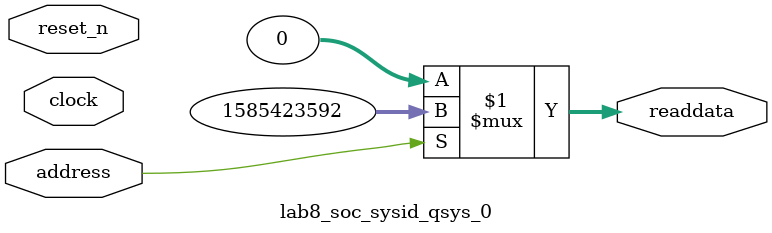
<source format=v>



// synthesis translate_off
`timescale 1ns / 1ps
// synthesis translate_on

// turn off superfluous verilog processor warnings 
// altera message_level Level1 
// altera message_off 10034 10035 10036 10037 10230 10240 10030 

module lab8_soc_sysid_qsys_0 (
               // inputs:
                address,
                clock,
                reset_n,

               // outputs:
                readdata
             )
;

  output  [ 31: 0] readdata;
  input            address;
  input            clock;
  input            reset_n;

  wire    [ 31: 0] readdata;
  //control_slave, which is an e_avalon_slave
  assign readdata = address ? 1585423592 : 0;

endmodule



</source>
